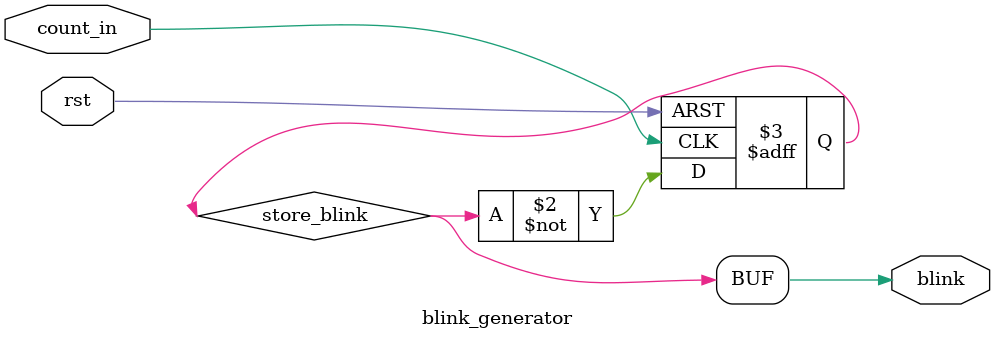
<source format=v>
module blink_generator(
input count_in, rst,
output wire blink
);

reg store_blink;
assign blink = store_blink;

always @(posedge count_in or posedge rst) begin
	if (rst) begin
		store_blink <= 0;
	end else begin
		store_blink <= ~store_blink;
	end
end

endmodule 
</source>
